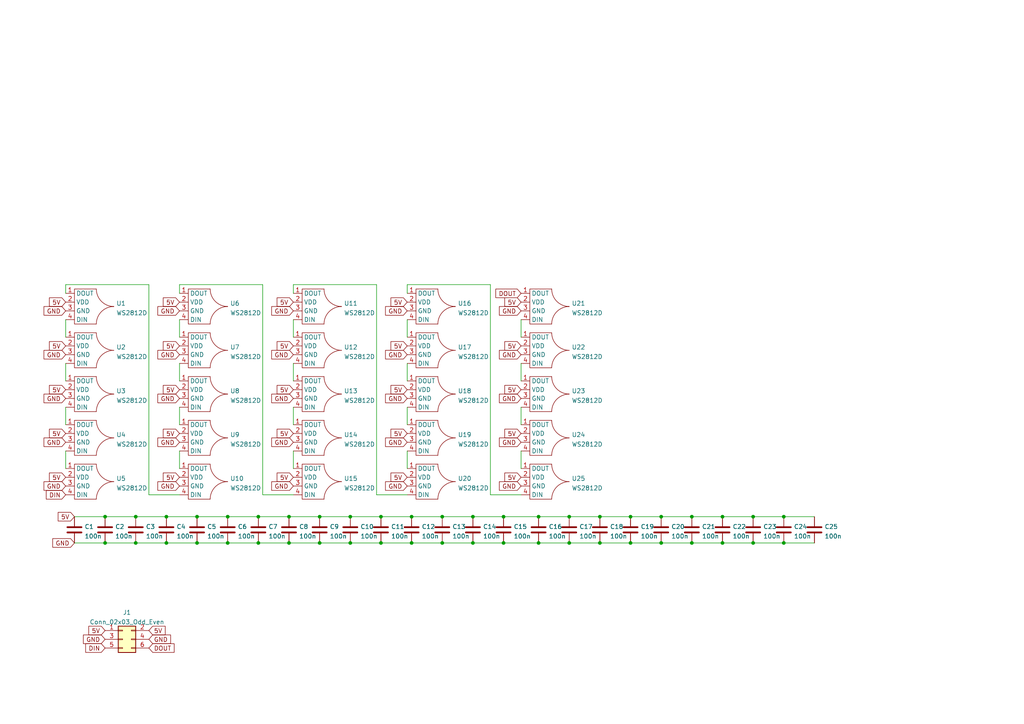
<source format=kicad_sch>
(kicad_sch (version 20211123) (generator eeschema)
  (paper "A4")
  (lib_symbols
    (symbol "Connector_Generic:Conn_02x03_Odd_Even" (pin_names (offset 1.016) hide)
      (property "Reference" "J" (at 1.27 5.08 0))
      (property "Value" "Conn_02x03_Odd_Even" (at 1.27 -5.08 0))
      (symbol "Conn_02x03_Odd_Even_1_1"
        (rectangle (start -1.27 -2.413) (end 0 -2.667) (stroke (width 0.1524)))
        (rectangle (start -1.27 0.127) (end 0 -0.127) (stroke (width 0.1524)))
        (rectangle (start -1.27 2.667) (end 0 2.413) (stroke (width 0.1524)))
        (rectangle (start -1.27 3.81) (end 3.81 -3.81) (stroke (width 0.254)) (fill (type background)))
        (rectangle (start 3.81 -2.413) (end 2.54 -2.667) (stroke (width 0.1524)))
        (rectangle (start 3.81 0.127) (end 2.54 -0.127) (stroke (width 0.1524)))
        (rectangle (start 3.81 2.667) (end 2.54 2.413) (stroke (width 0.1524)))
        (pin passive line (at -5.08 2.54 0) (length 3.81) (name "Pin_1") (number "1"))
        (pin passive line (at 7.62 2.54 180) (length 3.81) (name "Pin_2") (number "2"))
        (pin passive line (at -5.08 0 0) (length 3.81) (name "Pin_3") (number "3"))
        (pin passive line (at 7.62 0 180) (length 3.81) (name "Pin_4") (number "4"))
        (pin passive line (at -5.08 -2.54 0) (length 3.81) (name "Pin_5") (number "5"))
        (pin passive line (at 7.62 -2.54 180) (length 3.81) (name "Pin_6") (number "6"))
      )
    )
    (symbol "Device:C" (pin_numbers hide) (pin_names (offset 0.254))
      (property "Reference" "C" (at 0.635 2.54 0))
      (property "Value" "C" (at 0.635 -2.54 0))
      (symbol "C_0_1"
        (polyline (pts (xy -2.032 -0.762) (xy 2.032 -0.762)) (stroke (width 0.508)))
        (polyline (pts (xy -2.032 0.762) (xy 2.032 0.762)) (stroke (width 0.508)))
      )
      (symbol "C_1_1"
        (pin passive line (at 0 3.81 270) (length 2.794) (name "~") (number "1"))
        (pin passive line (at 0 -3.81 90) (length 2.794) (name "~") (number "2"))
      )
    )
    (symbol "New_Library:WS2812D"
      (property "Reference" "U" (at 0 7.62 0))
      (property "Value" "WS2812D" (at 0 10.16 0))
      (symbol "WS2812D_0_1"
        (polyline (pts (xy 6.35 5.08) (xy 0 5.08) (xy 0 -5.08) (xy 6.35 -5.08)) (stroke (width 0.1524)))
        (arc (start 6.35 5.08) (mid 2.7579 -3.5921) (end 11.43 0) (stroke (width 0.1524)))
        (arc (start 11.43 0) (mid 2.7564 3.5936) (end 6.35 -5.08) (stroke (width 0.1524)))
      )
      (symbol "WS2812D_1_1"
        (pin output line (at -2.54 3.81 0) (length 2.54) (name "DOUT") (number "1"))
        (pin power_in line (at -2.54 1.27 0) (length 2.54) (name "VDD") (number "2"))
        (pin power_in line (at -2.54 -1.27 0) (length 2.54) (name "GND") (number "3"))
        (pin input line (at -2.54 -3.81 0) (length 2.54) (name "DIN") (number "4"))
      )
    )
  )
  (junction (at 200.66 157.48))
  (junction (at 173.99 149.86))
  (junction (at 48.26 157.48))
  (junction (at 182.88 149.86))
  (junction (at 146.05 157.48))
  (junction (at 74.93 157.48))
  (junction (at 30.48 149.86))
  (junction (at 39.37 157.48))
  (junction (at 110.49 157.48))
  (junction (at 57.15 157.48))
  (junction (at 39.37 149.86))
  (junction (at 74.93 149.86))
  (junction (at 119.38 149.86))
  (junction (at 128.27 157.48))
  (junction (at 92.71 157.48))
  (junction (at 156.21 157.48))
  (junction (at 191.77 149.86))
  (junction (at 137.16 149.86))
  (junction (at 137.16 157.48))
  (junction (at 146.05 149.86))
  (junction (at 165.1 157.48))
  (junction (at 83.82 149.86))
  (junction (at 200.66 149.86))
  (junction (at 101.6 157.48))
  (junction (at 128.27 149.86))
  (junction (at 173.99 157.48))
  (junction (at 156.21 149.86))
  (junction (at 209.55 157.48))
  (junction (at 101.6 149.86))
  (junction (at 227.33 157.48))
  (junction (at 66.04 157.48))
  (junction (at 92.71 149.86))
  (junction (at 30.48 157.48))
  (junction (at 83.82 157.48))
  (junction (at 218.44 149.86))
  (junction (at 57.15 149.86))
  (junction (at 66.04 149.86))
  (junction (at 218.44 157.48))
  (junction (at 48.26 149.86))
  (junction (at 209.55 149.86))
  (junction (at 191.77 157.48))
  (junction (at 182.88 157.48))
  (junction (at 227.33 149.86))
  (junction (at 110.49 149.86))
  (junction (at 165.1 149.86))
  (junction (at 119.38 157.48))
  (wire (pts (xy 52.07 85.09) (xy 52.07 82.55)))
  (wire (pts (xy 118.11 85.09) (xy 118.11 82.55)))
  (wire (pts (xy 173.99 149.86) (xy 182.88 149.86)))
  (wire (pts (xy 151.13 130.81) (xy 151.13 135.89)))
  (wire (pts (xy 142.24 82.55) (xy 142.24 143.51)))
  (wire (pts (xy 128.27 149.86) (xy 137.16 149.86)))
  (wire (pts (xy 52.07 130.81) (xy 52.07 135.89)))
  (wire (pts (xy 57.15 149.86) (xy 66.04 149.86)))
  (wire (pts (xy 146.05 149.86) (xy 156.21 149.86)))
  (wire (pts (xy 191.77 157.48) (xy 200.66 157.48)))
  (wire (pts (xy 85.09 82.55) (xy 109.22 82.55)))
  (wire (pts (xy 48.26 149.86) (xy 57.15 149.86)))
  (wire (pts (xy 191.77 149.86) (xy 200.66 149.86)))
  (wire (pts (xy 39.37 157.48) (xy 48.26 157.48)))
  (wire (pts (xy 85.09 118.11) (xy 85.09 123.19)))
  (wire (pts (xy 66.04 149.86) (xy 74.93 149.86)))
  (wire (pts (xy 200.66 149.86) (xy 209.55 149.86)))
  (wire (pts (xy 39.37 149.86) (xy 48.26 149.86)))
  (wire (pts (xy 137.16 149.86) (xy 146.05 149.86)))
  (wire (pts (xy 101.6 149.86) (xy 110.49 149.86)))
  (wire (pts (xy 119.38 157.48) (xy 128.27 157.48)))
  (wire (pts (xy 182.88 157.48) (xy 191.77 157.48)))
  (wire (pts (xy 142.24 143.51) (xy 151.13 143.51)))
  (wire (pts (xy 101.6 157.48) (xy 110.49 157.48)))
  (wire (pts (xy 52.07 92.71) (xy 52.07 97.79)))
  (wire (pts (xy 156.21 149.86) (xy 165.1 149.86)))
  (wire (pts (xy 146.05 157.48) (xy 156.21 157.48)))
  (wire (pts (xy 182.88 149.86) (xy 191.77 149.86)))
  (wire (pts (xy 137.16 157.48) (xy 146.05 157.48)))
  (wire (pts (xy 200.66 157.48) (xy 209.55 157.48)))
  (wire (pts (xy 109.22 82.55) (xy 109.22 143.51)))
  (wire (pts (xy 173.99 157.48) (xy 182.88 157.48)))
  (wire (pts (xy 218.44 149.86) (xy 227.33 149.86)))
  (wire (pts (xy 85.09 130.81) (xy 85.09 135.89)))
  (wire (pts (xy 128.27 157.48) (xy 137.16 157.48)))
  (wire (pts (xy 19.05 130.81) (xy 19.05 135.89)))
  (wire (pts (xy 74.93 157.48) (xy 83.82 157.48)))
  (wire (pts (xy 156.21 157.48) (xy 165.1 157.48)))
  (wire (pts (xy 110.49 149.86) (xy 119.38 149.86)))
  (wire (pts (xy 52.07 82.55) (xy 76.2 82.55)))
  (wire (pts (xy 66.04 157.48) (xy 74.93 157.48)))
  (wire (pts (xy 19.05 118.11) (xy 19.05 123.19)))
  (wire (pts (xy 110.49 157.48) (xy 119.38 157.48)))
  (wire (pts (xy 85.09 85.09) (xy 85.09 82.55)))
  (wire (pts (xy 76.2 143.51) (xy 85.09 143.51)))
  (wire (pts (xy 85.09 92.71) (xy 85.09 97.79)))
  (wire (pts (xy 227.33 157.48) (xy 236.22 157.48)))
  (wire (pts (xy 118.11 118.11) (xy 118.11 123.19)))
  (wire (pts (xy 92.71 149.86) (xy 101.6 149.86)))
  (wire (pts (xy 165.1 149.86) (xy 173.99 149.86)))
  (wire (pts (xy 57.15 157.48) (xy 66.04 157.48)))
  (wire (pts (xy 52.07 105.41) (xy 52.07 110.49)))
  (wire (pts (xy 19.05 85.09) (xy 19.05 82.55)))
  (wire (pts (xy 19.05 82.55) (xy 43.18 82.55)))
  (wire (pts (xy 165.1 157.48) (xy 173.99 157.48)))
  (wire (pts (xy 76.2 82.55) (xy 76.2 143.51)))
  (wire (pts (xy 19.05 92.71) (xy 19.05 97.79)))
  (wire (pts (xy 85.09 105.41) (xy 85.09 110.49)))
  (wire (pts (xy 118.11 130.81) (xy 118.11 135.89)))
  (wire (pts (xy 151.13 105.41) (xy 151.13 110.49)))
  (wire (pts (xy 92.71 157.48) (xy 101.6 157.48)))
  (wire (pts (xy 43.18 82.55) (xy 43.18 143.51)))
  (wire (pts (xy 151.13 118.11) (xy 151.13 123.19)))
  (wire (pts (xy 19.05 105.41) (xy 19.05 110.49)))
  (wire (pts (xy 118.11 105.41) (xy 118.11 110.49)))
  (wire (pts (xy 74.93 149.86) (xy 83.82 149.86)))
  (wire (pts (xy 48.26 157.48) (xy 57.15 157.48)))
  (wire (pts (xy 118.11 82.55) (xy 142.24 82.55)))
  (wire (pts (xy 30.48 157.48) (xy 39.37 157.48)))
  (wire (pts (xy 119.38 149.86) (xy 128.27 149.86)))
  (wire (pts (xy 21.59 149.86) (xy 30.48 149.86)))
  (wire (pts (xy 30.48 149.86) (xy 39.37 149.86)))
  (wire (pts (xy 151.13 92.71) (xy 151.13 97.79)))
  (wire (pts (xy 109.22 143.51) (xy 118.11 143.51)))
  (wire (pts (xy 209.55 157.48) (xy 218.44 157.48)))
  (wire (pts (xy 218.44 157.48) (xy 227.33 157.48)))
  (wire (pts (xy 209.55 149.86) (xy 218.44 149.86)))
  (wire (pts (xy 83.82 149.86) (xy 92.71 149.86)))
  (wire (pts (xy 52.07 118.11) (xy 52.07 123.19)))
  (wire (pts (xy 227.33 149.86) (xy 236.22 149.86)))
  (wire (pts (xy 43.18 143.51) (xy 52.07 143.51)))
  (wire (pts (xy 118.11 92.71) (xy 118.11 97.79)))
  (wire (pts (xy 21.59 157.48) (xy 30.48 157.48)))
  (wire (pts (xy 83.82 157.48) (xy 92.71 157.48)))
  (global_label "5V" (shape input) (at 151.13 138.43 180) (property "Intersheet References" "${INTERSHEET_REFS}" (effects hide)))
  (global_label "5V" (shape input) (at 52.07 100.33 180) (property "Intersheet References" "${INTERSHEET_REFS}" (effects hide)))
  (global_label "5V" (shape input) (at 43.18 182.88 0) (property "Intersheet References" "${INTERSHEET_REFS}" (effects hide)))
  (global_label "5V" (shape input) (at 52.07 113.03 180) (property "Intersheet References" "${INTERSHEET_REFS}" (effects hide)))
  (global_label "GND" (shape input) (at 118.11 102.87 180) (property "Intersheet References" "${INTERSHEET_REFS}" (effects hide)))
  (global_label "GND" (shape input) (at 19.05 102.87 180) (property "Intersheet References" "${INTERSHEET_REFS}" (effects hide)))
  (global_label "GND" (shape input) (at 30.48 185.42 180) (property "Intersheet References" "${INTERSHEET_REFS}" (effects hide)))
  (global_label "GND" (shape input) (at 151.13 102.87 180) (property "Intersheet References" "${INTERSHEET_REFS}" (effects hide)))
  (global_label "5V" (shape input) (at 151.13 113.03 180) (property "Intersheet References" "${INTERSHEET_REFS}" (effects hide)))
  (global_label "GND" (shape input) (at 19.05 128.27 180) (property "Intersheet References" "${INTERSHEET_REFS}" (effects hide)))
  (global_label "5V" (shape input) (at 19.05 87.63 180) (property "Intersheet References" "${INTERSHEET_REFS}" (effects hide)))
  (global_label "GND" (shape input) (at 43.18 185.42 0) (property "Intersheet References" "${INTERSHEET_REFS}" (effects hide)))
  (global_label "GND" (shape input) (at 85.09 140.97 180) (property "Intersheet References" "${INTERSHEET_REFS}" (effects hide)))
  (global_label "5V" (shape input) (at 21.59 149.86 180) (property "Intersheet References" "${INTERSHEET_REFS}" (effects hide)))
  (global_label "5V" (shape input) (at 19.05 125.73 180) (property "Intersheet References" "${INTERSHEET_REFS}" (effects hide)))
  (global_label "5V" (shape input) (at 19.05 100.33 180) (property "Intersheet References" "${INTERSHEET_REFS}" (effects hide)))
  (global_label "5V" (shape input) (at 118.11 138.43 180) (property "Intersheet References" "${INTERSHEET_REFS}" (effects hide)))
  (global_label "GND" (shape input) (at 151.13 115.57 180) (property "Intersheet References" "${INTERSHEET_REFS}" (effects hide)))
  (global_label "5V" (shape input) (at 52.07 138.43 180) (property "Intersheet References" "${INTERSHEET_REFS}" (effects hide)))
  (global_label "GND" (shape input) (at 19.05 115.57 180) (property "Intersheet References" "${INTERSHEET_REFS}" (effects hide)))
  (global_label "5V" (shape input) (at 52.07 87.63 180) (property "Intersheet References" "${INTERSHEET_REFS}" (effects hide)))
  (global_label "5V" (shape input) (at 85.09 125.73 180) (property "Intersheet References" "${INTERSHEET_REFS}" (effects hide)))
  (global_label "GND" (shape input) (at 85.09 128.27 180) (property "Intersheet References" "${INTERSHEET_REFS}" (effects hide)))
  (global_label "5V" (shape input) (at 52.07 125.73 180) (property "Intersheet References" "${INTERSHEET_REFS}" (effects hide)))
  (global_label "5V" (shape input) (at 85.09 113.03 180) (property "Intersheet References" "${INTERSHEET_REFS}" (effects hide)))
  (global_label "GND" (shape input) (at 52.07 90.17 180) (property "Intersheet References" "${INTERSHEET_REFS}" (effects hide)))
  (global_label "5V" (shape input) (at 85.09 138.43 180) (property "Intersheet References" "${INTERSHEET_REFS}" (effects hide)))
  (global_label "GND" (shape input) (at 151.13 140.97 180) (property "Intersheet References" "${INTERSHEET_REFS}" (effects hide)))
  (global_label "DIN" (shape input) (at 19.05 143.51 180) (property "Intersheet References" "${INTERSHEET_REFS}" (effects hide)))
  (global_label "GND" (shape input) (at 52.07 140.97 180) (property "Intersheet References" "${INTERSHEET_REFS}" (effects hide)))
  (global_label "GND" (shape input) (at 118.11 90.17 180) (property "Intersheet References" "${INTERSHEET_REFS}" (effects hide)))
  (global_label "GND" (shape input) (at 19.05 90.17 180) (property "Intersheet References" "${INTERSHEET_REFS}" (effects hide)))
  (global_label "5V" (shape input) (at 151.13 100.33 180) (property "Intersheet References" "${INTERSHEET_REFS}" (effects hide)))
  (global_label "DOUT" (shape input) (at 151.13 85.09 180) (property "Intersheet References" "${INTERSHEET_REFS}" (effects hide)))
  (global_label "5V" (shape input) (at 19.05 113.03 180) (property "Intersheet References" "${INTERSHEET_REFS}" (effects hide)))
  (global_label "5V" (shape input) (at 151.13 125.73 180) (property "Intersheet References" "${INTERSHEET_REFS}" (effects hide)))
  (global_label "DOUT" (shape input) (at 43.18 187.96 0) (property "Intersheet References" "${INTERSHEET_REFS}" (effects hide)))
  (global_label "GND" (shape input) (at 52.07 115.57 180) (property "Intersheet References" "${INTERSHEET_REFS}" (effects hide)))
  (global_label "GND" (shape input) (at 85.09 102.87 180) (property "Intersheet References" "${INTERSHEET_REFS}" (effects hide)))
  (global_label "GND" (shape input) (at 85.09 115.57 180) (property "Intersheet References" "${INTERSHEET_REFS}" (effects hide)))
  (global_label "GND" (shape input) (at 21.59 157.48 180) (property "Intersheet References" "${INTERSHEET_REFS}" (effects hide)))
  (global_label "5V" (shape input) (at 118.11 87.63 180) (property "Intersheet References" "${INTERSHEET_REFS}" (effects hide)))
  (global_label "5V" (shape input) (at 118.11 113.03 180) (property "Intersheet References" "${INTERSHEET_REFS}" (effects hide)))
  (global_label "5V" (shape input) (at 118.11 100.33 180) (property "Intersheet References" "${INTERSHEET_REFS}" (effects hide)))
  (global_label "GND" (shape input) (at 52.07 128.27 180) (property "Intersheet References" "${INTERSHEET_REFS}" (effects hide)))
  (global_label "GND" (shape input) (at 118.11 140.97 180) (property "Intersheet References" "${INTERSHEET_REFS}" (effects hide)))
  (global_label "5V" (shape input) (at 85.09 100.33 180) (property "Intersheet References" "${INTERSHEET_REFS}" (effects hide)))
  (global_label "5V" (shape input) (at 151.13 87.63 180) (property "Intersheet References" "${INTERSHEET_REFS}" (effects hide)))
  (global_label "GND" (shape input) (at 151.13 90.17 180) (property "Intersheet References" "${INTERSHEET_REFS}" (effects hide)))
  (global_label "DIN" (shape input) (at 30.48 187.96 180) (property "Intersheet References" "${INTERSHEET_REFS}" (effects hide)))
  (global_label "5V" (shape input) (at 118.11 125.73 180) (property "Intersheet References" "${INTERSHEET_REFS}" (effects hide)))
  (global_label "5V" (shape input) (at 85.09 87.63 180) (property "Intersheet References" "${INTERSHEET_REFS}" (effects hide)))
  (global_label "GND" (shape input) (at 151.13 128.27 180) (property "Intersheet References" "${INTERSHEET_REFS}" (effects hide)))
  (global_label "GND" (shape input) (at 118.11 128.27 180) (property "Intersheet References" "${INTERSHEET_REFS}" (effects hide)))
  (global_label "GND" (shape input) (at 118.11 115.57 180) (property "Intersheet References" "${INTERSHEET_REFS}" (effects hide)))
  (global_label "GND" (shape input) (at 52.07 102.87 180) (property "Intersheet References" "${INTERSHEET_REFS}" (effects hide)))
  (global_label "5V" (shape input) (at 19.05 138.43 180) (property "Intersheet References" "${INTERSHEET_REFS}" (effects hide)))
  (global_label "GND" (shape input) (at 19.05 140.97 180) (property "Intersheet References" "${INTERSHEET_REFS}" (effects hide)))
  (global_label "5V" (shape input) (at 30.48 182.88 180) (property "Intersheet References" "${INTERSHEET_REFS}" (effects hide)))
  (global_label "GND" (shape input) (at 85.09 90.17 180) (property "Intersheet References" "${INTERSHEET_REFS}" (effects hide)))
  (symbol (lib_id "Device:C") (at 209.55 153.67 0) (unit 1)
    (property "Reference" "C22" (at 212.471 152.7615 0) (effects (justify left)))
    (property "Value" "100n" (at 212.471 155.5366 0) (effects (justify left)))
    (property "Footprint" "Capacitor_SMD:C_0603_1608Metric" (effects hide))
  )
  (symbol (lib_id "New_Library:WS2812D") (at 21.59 127 0) (unit 1)
    (property "Reference" "U4" (at 33.7312 126.0915 0) (effects (justify left)))
    (property "Value" "WS2812D" (at 33.7312 128.8666 0) (effects (justify left)))
    (property "Footprint" "Library:WS2812Dstaggered" (effects hide))
  )
  (symbol (lib_id "Device:C") (at 83.82 153.67 0) (unit 1)
    (property "Reference" "C8" (at 86.741 152.7615 0) (effects (justify left)))
    (property "Value" "100n" (at 86.741 155.5366 0) (effects (justify left)))
    (property "Footprint" "Capacitor_SMD:C_0603_1608Metric" (effects hide))
  )
  (symbol (lib_id "New_Library:WS2812D") (at 21.59 139.7 0) (unit 1)
    (property "Reference" "U5" (at 33.7312 138.7915 0) (effects (justify left)))
    (property "Value" "WS2812D" (at 33.7312 141.5666 0) (effects (justify left)))
    (property "Footprint" "Library:WS2812Dstaggered" (effects hide))
  )
  (symbol (lib_id "New_Library:WS2812D") (at 54.61 88.9 0) (unit 1)
    (property "Reference" "U6" (at 66.7512 87.9915 0) (effects (justify left)))
    (property "Value" "WS2812D" (at 66.7512 90.7666 0) (effects (justify left)))
    (property "Footprint" "Library:WS2812Dstaggered" (effects hide))
  )
  (symbol (lib_id "New_Library:WS2812D") (at 87.63 101.6 0) (unit 1)
    (property "Reference" "U12" (at 99.7712 100.6915 0) (effects (justify left)))
    (property "Value" "WS2812D" (at 99.7712 103.4666 0) (effects (justify left)))
    (property "Footprint" "Library:WS2812Dstaggered" (effects hide))
  )
  (symbol (lib_id "Device:C") (at 119.38 153.67 0) (unit 1)
    (property "Reference" "C12" (at 122.301 152.7615 0) (effects (justify left)))
    (property "Value" "100n" (at 122.301 155.5366 0) (effects (justify left)))
    (property "Footprint" "Capacitor_SMD:C_0603_1608Metric" (effects hide))
  )
  (symbol (lib_id "New_Library:WS2812D") (at 153.67 88.9 0) (unit 1)
    (property "Reference" "U21" (at 165.8112 87.9915 0) (effects (justify left)))
    (property "Value" "WS2812D" (at 165.8112 90.7666 0) (effects (justify left)))
    (property "Footprint" "Library:WS2812Dstaggered" (effects hide))
  )
  (symbol (lib_id "New_Library:WS2812D") (at 87.63 114.3 0) (unit 1)
    (property "Reference" "U13" (at 99.7712 113.3915 0) (effects (justify left)))
    (property "Value" "WS2812D" (at 99.7712 116.1666 0) (effects (justify left)))
    (property "Footprint" "Library:WS2812Dstaggered" (effects hide))
  )
  (symbol (lib_id "New_Library:WS2812D") (at 153.67 139.7 0) (unit 1)
    (property "Reference" "U25" (at 165.8112 138.7915 0) (effects (justify left)))
    (property "Value" "WS2812D" (at 165.8112 141.5666 0) (effects (justify left)))
    (property "Footprint" "Library:WS2812Dstaggered" (effects hide))
  )
  (symbol (lib_id "Device:C") (at 66.04 153.67 0) (unit 1)
    (property "Reference" "C6" (at 68.961 152.7615 0) (effects (justify left)))
    (property "Value" "100n" (at 68.961 155.5366 0) (effects (justify left)))
    (property "Footprint" "Capacitor_SMD:C_0603_1608Metric" (effects hide))
  )
  (symbol (lib_id "New_Library:WS2812D") (at 54.61 127 0) (unit 1)
    (property "Reference" "U9" (at 66.7512 126.0915 0) (effects (justify left)))
    (property "Value" "WS2812D" (at 66.7512 128.8666 0) (effects (justify left)))
    (property "Footprint" "Library:WS2812Dstaggered" (effects hide))
  )
  (symbol (lib_id "Device:C") (at 39.37 153.67 0) (unit 1)
    (property "Reference" "C3" (at 42.291 152.7615 0) (effects (justify left)))
    (property "Value" "100n" (at 42.291 155.5366 0) (effects (justify left)))
    (property "Footprint" "Capacitor_SMD:C_0603_1608Metric" (effects hide))
  )
  (symbol (lib_id "Device:C") (at 156.21 153.67 0) (unit 1)
    (property "Reference" "C16" (at 159.131 152.7615 0) (effects (justify left)))
    (property "Value" "100n" (at 159.131 155.5366 0) (effects (justify left)))
    (property "Footprint" "Capacitor_SMD:C_0603_1608Metric" (effects hide))
  )
  (symbol (lib_id "New_Library:WS2812D") (at 153.67 101.6 0) (unit 1)
    (property "Reference" "U22" (at 165.8112 100.6915 0) (effects (justify left)))
    (property "Value" "WS2812D" (at 165.8112 103.4666 0) (effects (justify left)))
    (property "Footprint" "Library:WS2812Dstaggered" (effects hide))
  )
  (symbol (lib_id "Device:C") (at 218.44 153.67 0) (unit 1)
    (property "Reference" "C23" (at 221.361 152.7615 0) (effects (justify left)))
    (property "Value" "100n" (at 221.361 155.5366 0) (effects (justify left)))
    (property "Footprint" "Capacitor_SMD:C_0603_1608Metric" (effects hide))
  )
  (symbol (lib_id "New_Library:WS2812D") (at 54.61 101.6 0) (unit 1)
    (property "Reference" "U7" (at 66.7512 100.6915 0) (effects (justify left)))
    (property "Value" "WS2812D" (at 66.7512 103.4666 0) (effects (justify left)))
    (property "Footprint" "Library:WS2812Dstaggered" (effects hide))
  )
  (symbol (lib_id "Device:C") (at 92.71 153.67 0) (unit 1)
    (property "Reference" "C9" (at 95.631 152.7615 0) (effects (justify left)))
    (property "Value" "100n" (at 95.631 155.5366 0) (effects (justify left)))
    (property "Footprint" "Capacitor_SMD:C_0603_1608Metric" (effects hide))
  )
  (symbol (lib_id "Device:C") (at 110.49 153.67 0) (unit 1)
    (property "Reference" "C11" (at 113.411 152.7615 0) (effects (justify left)))
    (property "Value" "100n" (at 113.411 155.5366 0) (effects (justify left)))
    (property "Footprint" "Capacitor_SMD:C_0603_1608Metric" (effects hide))
  )
  (symbol (lib_id "New_Library:WS2812D") (at 54.61 139.7 0) (unit 1)
    (property "Reference" "U10" (at 66.7512 138.7915 0) (effects (justify left)))
    (property "Value" "WS2812D" (at 66.7512 141.5666 0) (effects (justify left)))
    (property "Footprint" "Library:WS2812Dstaggered" (effects hide))
  )
  (symbol (lib_id "Device:C") (at 57.15 153.67 0) (unit 1)
    (property "Reference" "C5" (at 60.071 152.7615 0) (effects (justify left)))
    (property "Value" "100n" (at 60.071 155.5366 0) (effects (justify left)))
    (property "Footprint" "Capacitor_SMD:C_0603_1608Metric" (effects hide))
  )
  (symbol (lib_id "New_Library:WS2812D") (at 21.59 101.6 0) (unit 1)
    (property "Reference" "U2" (at 33.7312 100.6915 0) (effects (justify left)))
    (property "Value" "WS2812D" (at 33.7312 103.4666 0) (effects (justify left)))
    (property "Footprint" "Library:WS2812Dstaggered" (effects hide))
  )
  (symbol (lib_id "Connector_Generic:Conn_02x03_Odd_Even") (at 35.56 185.42 0) (unit 1)
    (property "Reference" "J1" (at 36.83 177.6435 0))
    (property "Value" "Conn_02x03_Odd_Even" (at 36.83 180.4186 0))
    (property "Footprint" "Connector_PinHeader_2.54mm:PinHeader_2x03_P2.54mm_Vertical_SMD" (effects hide))
  )
  (symbol (lib_id "Device:C") (at 48.26 153.67 0) (unit 1)
    (property "Reference" "C4" (at 51.181 152.7615 0) (effects (justify left)))
    (property "Value" "100n" (at 51.181 155.5366 0) (effects (justify left)))
    (property "Footprint" "Capacitor_SMD:C_0603_1608Metric" (effects hide))
  )
  (symbol (lib_id "New_Library:WS2812D") (at 54.61 114.3 0) (unit 1)
    (property "Reference" "U8" (at 66.7512 113.3915 0) (effects (justify left)))
    (property "Value" "WS2812D" (at 66.7512 116.1666 0) (effects (justify left)))
    (property "Footprint" "Library:WS2812Dstaggered" (effects hide))
  )
  (symbol (lib_id "New_Library:WS2812D") (at 120.65 88.9 0) (unit 1)
    (property "Reference" "U16" (at 132.7912 87.9915 0) (effects (justify left)))
    (property "Value" "WS2812D" (at 132.7912 90.7666 0) (effects (justify left)))
    (property "Footprint" "Library:WS2812Dstaggered" (effects hide))
  )
  (symbol (lib_id "New_Library:WS2812D") (at 153.67 114.3 0) (unit 1)
    (property "Reference" "U23" (at 165.8112 113.3915 0) (effects (justify left)))
    (property "Value" "WS2812D" (at 165.8112 116.1666 0) (effects (justify left)))
    (property "Footprint" "Library:WS2812Dstaggered" (effects hide))
  )
  (symbol (lib_id "New_Library:WS2812D") (at 153.67 127 0) (unit 1)
    (property "Reference" "U24" (at 165.8112 126.0915 0) (effects (justify left)))
    (property "Value" "WS2812D" (at 165.8112 128.8666 0) (effects (justify left)))
    (property "Footprint" "Library:WS2812Dstaggered" (effects hide))
  )
  (symbol (lib_id "Device:C") (at 30.48 153.67 0) (unit 1)
    (property "Reference" "C2" (at 33.401 152.7615 0) (effects (justify left)))
    (property "Value" "100n" (at 33.401 155.5366 0) (effects (justify left)))
    (property "Footprint" "Capacitor_SMD:C_0603_1608Metric" (effects hide))
  )
  (symbol (lib_id "Device:C") (at 137.16 153.67 0) (unit 1)
    (property "Reference" "C14" (at 140.081 152.7615 0) (effects (justify left)))
    (property "Value" "100n" (at 140.081 155.5366 0) (effects (justify left)))
    (property "Footprint" "Capacitor_SMD:C_0603_1608Metric" (effects hide))
  )
  (symbol (lib_id "New_Library:WS2812D") (at 120.65 101.6 0) (unit 1)
    (property "Reference" "U17" (at 132.7912 100.6915 0) (effects (justify left)))
    (property "Value" "WS2812D" (at 132.7912 103.4666 0) (effects (justify left)))
    (property "Footprint" "Library:WS2812Dstaggered" (effects hide))
  )
  (symbol (lib_id "Device:C") (at 236.22 153.67 0) (unit 1)
    (property "Reference" "C25" (at 239.141 152.7615 0) (effects (justify left)))
    (property "Value" "100n" (at 239.141 155.5366 0) (effects (justify left)))
    (property "Footprint" "Capacitor_SMD:C_0603_1608Metric" (effects hide))
  )
  (symbol (lib_id "Device:C") (at 21.59 153.67 0) (unit 1)
    (property "Reference" "C1" (at 24.511 152.7615 0) (effects (justify left)))
    (property "Value" "100n" (at 24.511 155.5366 0) (effects (justify left)))
    (property "Footprint" "Capacitor_SMD:C_0603_1608Metric" (effects hide))
  )
  (symbol (lib_id "New_Library:WS2812D") (at 120.65 139.7 0) (unit 1)
    (property "Reference" "U20" (at 132.7912 138.7915 0) (effects (justify left)))
    (property "Value" "WS2812D" (at 132.7912 141.5666 0) (effects (justify left)))
    (property "Footprint" "Library:WS2812Dstaggered" (effects hide))
  )
  (symbol (lib_id "Device:C") (at 200.66 153.67 0) (unit 1)
    (property "Reference" "C21" (at 203.581 152.7615 0) (effects (justify left)))
    (property "Value" "100n" (at 203.581 155.5366 0) (effects (justify left)))
    (property "Footprint" "Capacitor_SMD:C_0603_1608Metric" (effects hide))
  )
  (symbol (lib_id "Device:C") (at 191.77 153.67 0) (unit 1)
    (property "Reference" "C20" (at 194.691 152.7615 0) (effects (justify left)))
    (property "Value" "100n" (at 194.691 155.5366 0) (effects (justify left)))
    (property "Footprint" "Capacitor_SMD:C_0603_1608Metric" (effects hide))
  )
  (symbol (lib_id "Device:C") (at 227.33 153.67 0) (unit 1)
    (property "Reference" "C24" (at 230.251 152.7615 0) (effects (justify left)))
    (property "Value" "100n" (at 230.251 155.5366 0) (effects (justify left)))
    (property "Footprint" "Capacitor_SMD:C_0603_1608Metric" (effects hide))
  )
  (symbol (lib_id "New_Library:WS2812D") (at 87.63 127 0) (unit 1)
    (property "Reference" "U14" (at 99.7712 126.0915 0) (effects (justify left)))
    (property "Value" "WS2812D" (at 99.7712 128.8666 0) (effects (justify left)))
    (property "Footprint" "Library:WS2812Dstaggered" (effects hide))
  )
  (symbol (lib_id "New_Library:WS2812D") (at 21.59 114.3 0) (unit 1)
    (property "Reference" "U3" (at 33.7312 113.3915 0) (effects (justify left)))
    (property "Value" "WS2812D" (at 33.7312 116.1666 0) (effects (justify left)))
    (property "Footprint" "Library:WS2812Dstaggered" (effects hide))
  )
  (symbol (lib_id "New_Library:WS2812D") (at 87.63 88.9 0) (unit 1)
    (property "Reference" "U11" (at 99.7712 87.9915 0) (effects (justify left)))
    (property "Value" "WS2812D" (at 99.7712 90.7666 0) (effects (justify left)))
    (property "Footprint" "Library:WS2812Dstaggered" (effects hide))
  )
  (symbol (lib_id "New_Library:WS2812D") (at 120.65 114.3 0) (unit 1)
    (property "Reference" "U18" (at 132.7912 113.3915 0) (effects (justify left)))
    (property "Value" "WS2812D" (at 132.7912 116.1666 0) (effects (justify left)))
    (property "Footprint" "Library:WS2812Dstaggered" (effects hide))
  )
  (symbol (lib_id "Device:C") (at 101.6 153.67 0) (unit 1)
    (property "Reference" "C10" (at 104.521 152.7615 0) (effects (justify left)))
    (property "Value" "100n" (at 104.521 155.5366 0) (effects (justify left)))
    (property "Footprint" "Capacitor_SMD:C_0603_1608Metric" (effects hide))
  )
  (symbol (lib_id "New_Library:WS2812D") (at 120.65 127 0) (unit 1)
    (property "Reference" "U19" (at 132.7912 126.0915 0) (effects (justify left)))
    (property "Value" "WS2812D" (at 132.7912 128.8666 0) (effects (justify left)))
    (property "Footprint" "Library:WS2812Dstaggered" (effects hide))
  )
  (symbol (lib_id "New_Library:WS2812D") (at 21.59 88.9 0) (unit 1)
    (property "Reference" "U1" (at 33.7312 87.9915 0) (effects (justify left)))
    (property "Value" "WS2812D" (at 33.7312 90.7666 0) (effects (justify left)))
    (property "Footprint" "Library:WS2812Dstaggered" (effects hide))
  )
  (symbol (lib_id "Device:C") (at 173.99 153.67 0) (unit 1)
    (property "Reference" "C18" (at 176.911 152.7615 0) (effects (justify left)))
    (property "Value" "100n" (at 176.911 155.5366 0) (effects (justify left)))
    (property "Footprint" "Capacitor_SMD:C_0603_1608Metric" (effects hide))
  )
  (symbol (lib_id "Device:C") (at 146.05 153.67 0) (unit 1)
    (property "Reference" "C15" (at 148.971 152.7615 0) (effects (justify left)))
    (property "Value" "100n" (at 148.971 155.5366 0) (effects (justify left)))
    (property "Footprint" "Capacitor_SMD:C_0603_1608Metric" (effects hide))
  )
  (symbol (lib_id "Device:C") (at 165.1 153.67 0) (unit 1)
    (property "Reference" "C17" (at 168.021 152.7615 0) (effects (justify left)))
    (property "Value" "100n" (at 168.021 155.5366 0) (effects (justify left)))
    (property "Footprint" "Capacitor_SMD:C_0603_1608Metric" (effects hide))
  )
  (symbol (lib_id "Device:C") (at 74.93 153.67 0) (unit 1)
    (property "Reference" "C7" (at 77.851 152.7615 0) (effects (justify left)))
    (property "Value" "100n" (at 77.851 155.5366 0) (effects (justify left)))
    (property "Footprint" "Capacitor_SMD:C_0603_1608Metric" (effects hide))
  )
  (symbol (lib_id "New_Library:WS2812D") (at 87.63 139.7 0) (unit 1)
    (property "Reference" "U15" (at 99.7712 138.7915 0) (effects (justify left)))
    (property "Value" "WS2812D" (at 99.7712 141.5666 0) (effects (justify left)))
    (property "Footprint" "Library:WS2812Dstaggered" (effects hide))
  )
  (symbol (lib_id "Device:C") (at 128.27 153.67 0) (unit 1)
    (property "Reference" "C13" (at 131.191 152.7615 0) (effects (justify left)))
    (property "Value" "100n" (at 131.191 155.5366 0) (effects (justify left)))
    (property "Footprint" "Capacitor_SMD:C_0603_1608Metric" (effects hide))
  )
  (symbol (lib_id "Device:C") (at 182.88 153.67 0) (unit 1)
    (property "Reference" "C19" (at 185.801 152.7615 0) (effects (justify left)))
    (property "Value" "100n" (at 185.801 155.5366 0) (effects (justify left)))
    (property "Footprint" "Capacitor_SMD:C_0603_1608Metric" (effects hide))
  )
)
</source>
